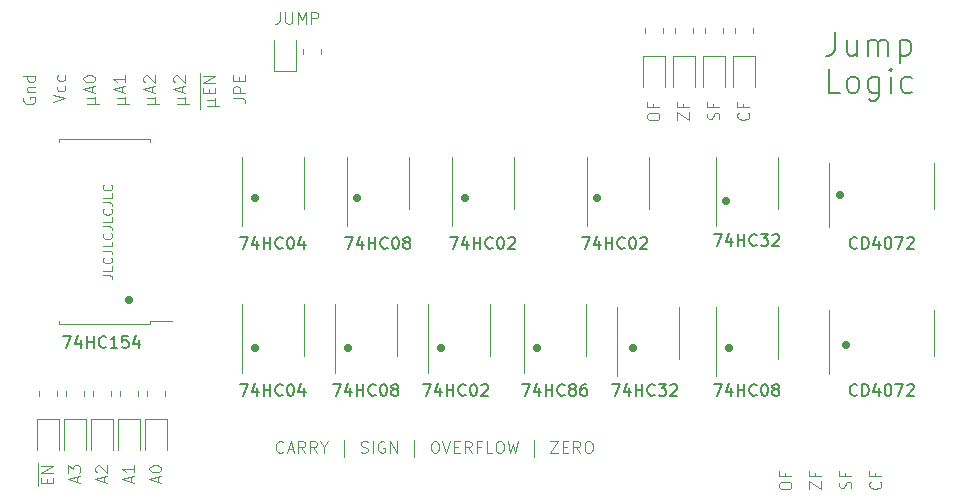
<source format=gbr>
%TF.GenerationSoftware,KiCad,Pcbnew,(5.1.10-1-10_14)*%
%TF.CreationDate,2021-12-06T09:36:28-05:00*%
%TF.ProjectId,control-unit,636f6e74-726f-46c2-9d75-6e69742e6b69,rev?*%
%TF.SameCoordinates,Original*%
%TF.FileFunction,Legend,Top*%
%TF.FilePolarity,Positive*%
%FSLAX46Y46*%
G04 Gerber Fmt 4.6, Leading zero omitted, Abs format (unit mm)*
G04 Created by KiCad (PCBNEW (5.1.10-1-10_14)) date 2021-12-06 09:36:28*
%MOMM*%
%LPD*%
G01*
G04 APERTURE LIST*
%ADD10C,0.700000*%
%ADD11C,0.100000*%
%ADD12C,0.150000*%
%ADD13C,0.120000*%
G04 APERTURE END LIST*
D10*
X129794000Y-95250000D02*
G75*
G03*
X129794000Y-95250000I0J0D01*
G01*
X138430000Y-95250000D02*
G75*
G03*
X138430000Y-95250000I0J0D01*
G01*
X147574000Y-95250000D02*
G75*
G03*
X147574000Y-95250000I0J0D01*
G01*
X158750000Y-95250000D02*
G75*
G03*
X158750000Y-95250000I0J0D01*
G01*
X169672000Y-95504000D02*
G75*
G03*
X169672000Y-95504000I0J0D01*
G01*
X179324000Y-94996000D02*
G75*
G03*
X179324000Y-94996000I0J0D01*
G01*
X179832000Y-107696000D02*
G75*
G03*
X179832000Y-107696000I0J0D01*
G01*
X169926000Y-107950000D02*
G75*
G03*
X169926000Y-107950000I0J0D01*
G01*
X161798000Y-107950000D02*
G75*
G03*
X161798000Y-107950000I0J0D01*
G01*
X153670000Y-107950000D02*
G75*
G03*
X153670000Y-107950000I0J0D01*
G01*
X145542000Y-107950000D02*
G75*
G03*
X145542000Y-107950000I0J0D01*
G01*
X137668000Y-107950000D02*
G75*
G03*
X137668000Y-107950000I0J0D01*
G01*
X129794000Y-107950000D02*
G75*
G03*
X129794000Y-107950000I0J0D01*
G01*
X119126000Y-103886000D02*
G75*
G03*
X119126000Y-103886000I0J0D01*
G01*
D11*
X174204380Y-119651190D02*
X174204380Y-119460714D01*
X174252000Y-119365476D01*
X174347238Y-119270238D01*
X174537714Y-119222619D01*
X174871047Y-119222619D01*
X175061523Y-119270238D01*
X175156761Y-119365476D01*
X175204380Y-119460714D01*
X175204380Y-119651190D01*
X175156761Y-119746428D01*
X175061523Y-119841666D01*
X174871047Y-119889285D01*
X174537714Y-119889285D01*
X174347238Y-119841666D01*
X174252000Y-119746428D01*
X174204380Y-119651190D01*
X174680571Y-118460714D02*
X174680571Y-118794047D01*
X175204380Y-118794047D02*
X174204380Y-118794047D01*
X174204380Y-118317857D01*
X176744380Y-119841666D02*
X176744380Y-119175000D01*
X177744380Y-119841666D01*
X177744380Y-119175000D01*
X177220571Y-118460714D02*
X177220571Y-118794047D01*
X177744380Y-118794047D02*
X176744380Y-118794047D01*
X176744380Y-118317857D01*
X180236761Y-119794047D02*
X180284380Y-119651190D01*
X180284380Y-119413095D01*
X180236761Y-119317857D01*
X180189142Y-119270238D01*
X180093904Y-119222619D01*
X179998666Y-119222619D01*
X179903428Y-119270238D01*
X179855809Y-119317857D01*
X179808190Y-119413095D01*
X179760571Y-119603571D01*
X179712952Y-119698809D01*
X179665333Y-119746428D01*
X179570095Y-119794047D01*
X179474857Y-119794047D01*
X179379619Y-119746428D01*
X179332000Y-119698809D01*
X179284380Y-119603571D01*
X179284380Y-119365476D01*
X179332000Y-119222619D01*
X179760571Y-118460714D02*
X179760571Y-118794047D01*
X180284380Y-118794047D02*
X179284380Y-118794047D01*
X179284380Y-118317857D01*
X182729142Y-119222619D02*
X182776761Y-119270238D01*
X182824380Y-119413095D01*
X182824380Y-119508333D01*
X182776761Y-119651190D01*
X182681523Y-119746428D01*
X182586285Y-119794047D01*
X182395809Y-119841666D01*
X182252952Y-119841666D01*
X182062476Y-119794047D01*
X181967238Y-119746428D01*
X181872000Y-119651190D01*
X181824380Y-119508333D01*
X181824380Y-119413095D01*
X181872000Y-119270238D01*
X181919619Y-119222619D01*
X182300571Y-118460714D02*
X182300571Y-118794047D01*
X182824380Y-118794047D02*
X181824380Y-118794047D01*
X181824380Y-118317857D01*
X127976380Y-86789857D02*
X128690666Y-86789857D01*
X128833523Y-86837476D01*
X128928761Y-86932714D01*
X128976380Y-87075571D01*
X128976380Y-87170809D01*
X128976380Y-86313666D02*
X127976380Y-86313666D01*
X127976380Y-85932714D01*
X128024000Y-85837476D01*
X128071619Y-85789857D01*
X128166857Y-85742238D01*
X128309714Y-85742238D01*
X128404952Y-85789857D01*
X128452571Y-85837476D01*
X128500190Y-85932714D01*
X128500190Y-86313666D01*
X128452571Y-85313666D02*
X128452571Y-84980333D01*
X128976380Y-84837476D02*
X128976380Y-85313666D01*
X127976380Y-85313666D01*
X127976380Y-84837476D01*
X125134000Y-87647000D02*
X125134000Y-86599380D01*
X125769714Y-87408904D02*
X126769714Y-87408904D01*
X126293523Y-86932714D02*
X126388761Y-86885095D01*
X126436380Y-86789857D01*
X126293523Y-87408904D02*
X126388761Y-87361285D01*
X126436380Y-87266047D01*
X126436380Y-87075571D01*
X126388761Y-86980333D01*
X126293523Y-86932714D01*
X125769714Y-86932714D01*
X125134000Y-86599380D02*
X125134000Y-85694619D01*
X125912571Y-86361285D02*
X125912571Y-86027952D01*
X126436380Y-85885095D02*
X126436380Y-86361285D01*
X125436380Y-86361285D01*
X125436380Y-85885095D01*
X125134000Y-85694619D02*
X125134000Y-84647000D01*
X126436380Y-85456523D02*
X125436380Y-85456523D01*
X126436380Y-84885095D01*
X125436380Y-84885095D01*
X123229714Y-87266047D02*
X124229714Y-87266047D01*
X123753523Y-86789857D02*
X123848761Y-86742238D01*
X123896380Y-86647000D01*
X123753523Y-87266047D02*
X123848761Y-87218428D01*
X123896380Y-87123190D01*
X123896380Y-86932714D01*
X123848761Y-86837476D01*
X123753523Y-86789857D01*
X123229714Y-86789857D01*
X123610666Y-86266047D02*
X123610666Y-85789857D01*
X123896380Y-86361285D02*
X122896380Y-86027952D01*
X123896380Y-85694619D01*
X122991619Y-85408904D02*
X122944000Y-85361285D01*
X122896380Y-85266047D01*
X122896380Y-85027952D01*
X122944000Y-84932714D01*
X122991619Y-84885095D01*
X123086857Y-84837476D01*
X123182095Y-84837476D01*
X123324952Y-84885095D01*
X123896380Y-85456523D01*
X123896380Y-84837476D01*
X120689714Y-87266047D02*
X121689714Y-87266047D01*
X121213523Y-86789857D02*
X121308761Y-86742238D01*
X121356380Y-86647000D01*
X121213523Y-87266047D02*
X121308761Y-87218428D01*
X121356380Y-87123190D01*
X121356380Y-86932714D01*
X121308761Y-86837476D01*
X121213523Y-86789857D01*
X120689714Y-86789857D01*
X121070666Y-86266047D02*
X121070666Y-85789857D01*
X121356380Y-86361285D02*
X120356380Y-86027952D01*
X121356380Y-85694619D01*
X120451619Y-85408904D02*
X120404000Y-85361285D01*
X120356380Y-85266047D01*
X120356380Y-85027952D01*
X120404000Y-84932714D01*
X120451619Y-84885095D01*
X120546857Y-84837476D01*
X120642095Y-84837476D01*
X120784952Y-84885095D01*
X121356380Y-85456523D01*
X121356380Y-84837476D01*
X118149714Y-87266047D02*
X119149714Y-87266047D01*
X118673523Y-86789857D02*
X118768761Y-86742238D01*
X118816380Y-86647000D01*
X118673523Y-87266047D02*
X118768761Y-87218428D01*
X118816380Y-87123190D01*
X118816380Y-86932714D01*
X118768761Y-86837476D01*
X118673523Y-86789857D01*
X118149714Y-86789857D01*
X118530666Y-86266047D02*
X118530666Y-85789857D01*
X118816380Y-86361285D02*
X117816380Y-86027952D01*
X118816380Y-85694619D01*
X118816380Y-84837476D02*
X118816380Y-85408904D01*
X118816380Y-85123190D02*
X117816380Y-85123190D01*
X117959238Y-85218428D01*
X118054476Y-85313666D01*
X118102095Y-85408904D01*
X115609714Y-87266047D02*
X116609714Y-87266047D01*
X116133523Y-86789857D02*
X116228761Y-86742238D01*
X116276380Y-86647000D01*
X116133523Y-87266047D02*
X116228761Y-87218428D01*
X116276380Y-87123190D01*
X116276380Y-86932714D01*
X116228761Y-86837476D01*
X116133523Y-86789857D01*
X115609714Y-86789857D01*
X115990666Y-86266047D02*
X115990666Y-85789857D01*
X116276380Y-86361285D02*
X115276380Y-86027952D01*
X116276380Y-85694619D01*
X115276380Y-85170809D02*
X115276380Y-85075571D01*
X115324000Y-84980333D01*
X115371619Y-84932714D01*
X115466857Y-84885095D01*
X115657333Y-84837476D01*
X115895428Y-84837476D01*
X116085904Y-84885095D01*
X116181142Y-84932714D01*
X116228761Y-84980333D01*
X116276380Y-85075571D01*
X116276380Y-85170809D01*
X116228761Y-85266047D01*
X116181142Y-85313666D01*
X116085904Y-85361285D01*
X115895428Y-85408904D01*
X115657333Y-85408904D01*
X115466857Y-85361285D01*
X115371619Y-85313666D01*
X115324000Y-85266047D01*
X115276380Y-85170809D01*
X112736380Y-87123190D02*
X113736380Y-86789857D01*
X112736380Y-86456523D01*
X113688761Y-85694619D02*
X113736380Y-85789857D01*
X113736380Y-85980333D01*
X113688761Y-86075571D01*
X113641142Y-86123190D01*
X113545904Y-86170809D01*
X113260190Y-86170809D01*
X113164952Y-86123190D01*
X113117333Y-86075571D01*
X113069714Y-85980333D01*
X113069714Y-85789857D01*
X113117333Y-85694619D01*
X113688761Y-84837476D02*
X113736380Y-84932714D01*
X113736380Y-85123190D01*
X113688761Y-85218428D01*
X113641142Y-85266047D01*
X113545904Y-85313666D01*
X113260190Y-85313666D01*
X113164952Y-85266047D01*
X113117333Y-85218428D01*
X113069714Y-85123190D01*
X113069714Y-84932714D01*
X113117333Y-84837476D01*
X110244000Y-86694619D02*
X110196380Y-86789857D01*
X110196380Y-86932714D01*
X110244000Y-87075571D01*
X110339238Y-87170809D01*
X110434476Y-87218428D01*
X110624952Y-87266047D01*
X110767809Y-87266047D01*
X110958285Y-87218428D01*
X111053523Y-87170809D01*
X111148761Y-87075571D01*
X111196380Y-86932714D01*
X111196380Y-86837476D01*
X111148761Y-86694619D01*
X111101142Y-86647000D01*
X110767809Y-86647000D01*
X110767809Y-86837476D01*
X110529714Y-86218428D02*
X111196380Y-86218428D01*
X110624952Y-86218428D02*
X110577333Y-86170809D01*
X110529714Y-86075571D01*
X110529714Y-85932714D01*
X110577333Y-85837476D01*
X110672571Y-85789857D01*
X111196380Y-85789857D01*
X111196380Y-84885095D02*
X110196380Y-84885095D01*
X111148761Y-84885095D02*
X111196380Y-84980333D01*
X111196380Y-85170809D01*
X111148761Y-85266047D01*
X111101142Y-85313666D01*
X111005904Y-85361285D01*
X110720190Y-85361285D01*
X110624952Y-85313666D01*
X110577333Y-85266047D01*
X110529714Y-85170809D01*
X110529714Y-84980333D01*
X110577333Y-84885095D01*
X111418000Y-119619380D02*
X111418000Y-118714619D01*
X112196571Y-119381285D02*
X112196571Y-119047952D01*
X112720380Y-118905095D02*
X112720380Y-119381285D01*
X111720380Y-119381285D01*
X111720380Y-118905095D01*
X111418000Y-118714619D02*
X111418000Y-117667000D01*
X112720380Y-118476523D02*
X111720380Y-118476523D01*
X112720380Y-117905095D01*
X111720380Y-117905095D01*
X114720666Y-119286047D02*
X114720666Y-118809857D01*
X115006380Y-119381285D02*
X114006380Y-119047952D01*
X115006380Y-118714619D01*
X114006380Y-118476523D02*
X114006380Y-117857476D01*
X114387333Y-118190809D01*
X114387333Y-118047952D01*
X114434952Y-117952714D01*
X114482571Y-117905095D01*
X114577809Y-117857476D01*
X114815904Y-117857476D01*
X114911142Y-117905095D01*
X114958761Y-117952714D01*
X115006380Y-118047952D01*
X115006380Y-118333666D01*
X114958761Y-118428904D01*
X114911142Y-118476523D01*
X117006666Y-119286047D02*
X117006666Y-118809857D01*
X117292380Y-119381285D02*
X116292380Y-119047952D01*
X117292380Y-118714619D01*
X116387619Y-118428904D02*
X116340000Y-118381285D01*
X116292380Y-118286047D01*
X116292380Y-118047952D01*
X116340000Y-117952714D01*
X116387619Y-117905095D01*
X116482857Y-117857476D01*
X116578095Y-117857476D01*
X116720952Y-117905095D01*
X117292380Y-118476523D01*
X117292380Y-117857476D01*
X119292666Y-119286047D02*
X119292666Y-118809857D01*
X119578380Y-119381285D02*
X118578380Y-119047952D01*
X119578380Y-118714619D01*
X119578380Y-117857476D02*
X119578380Y-118428904D01*
X119578380Y-118143190D02*
X118578380Y-118143190D01*
X118721238Y-118238428D01*
X118816476Y-118333666D01*
X118864095Y-118428904D01*
X121578666Y-119286047D02*
X121578666Y-118809857D01*
X121864380Y-119381285D02*
X120864380Y-119047952D01*
X121864380Y-118714619D01*
X120864380Y-118190809D02*
X120864380Y-118095571D01*
X120912000Y-118000333D01*
X120959619Y-117952714D01*
X121054857Y-117905095D01*
X121245333Y-117857476D01*
X121483428Y-117857476D01*
X121673904Y-117905095D01*
X121769142Y-117952714D01*
X121816761Y-118000333D01*
X121864380Y-118095571D01*
X121864380Y-118190809D01*
X121816761Y-118286047D01*
X121769142Y-118333666D01*
X121673904Y-118381285D01*
X121483428Y-118428904D01*
X121245333Y-118428904D01*
X121054857Y-118381285D01*
X120959619Y-118333666D01*
X120912000Y-118286047D01*
X120864380Y-118190809D01*
X163028380Y-88409190D02*
X163028380Y-88218714D01*
X163076000Y-88123476D01*
X163171238Y-88028238D01*
X163361714Y-87980619D01*
X163695047Y-87980619D01*
X163885523Y-88028238D01*
X163980761Y-88123476D01*
X164028380Y-88218714D01*
X164028380Y-88409190D01*
X163980761Y-88504428D01*
X163885523Y-88599666D01*
X163695047Y-88647285D01*
X163361714Y-88647285D01*
X163171238Y-88599666D01*
X163076000Y-88504428D01*
X163028380Y-88409190D01*
X163504571Y-87218714D02*
X163504571Y-87552047D01*
X164028380Y-87552047D02*
X163028380Y-87552047D01*
X163028380Y-87075857D01*
X165568380Y-88599666D02*
X165568380Y-87933000D01*
X166568380Y-88599666D01*
X166568380Y-87933000D01*
X166044571Y-87218714D02*
X166044571Y-87552047D01*
X166568380Y-87552047D02*
X165568380Y-87552047D01*
X165568380Y-87075857D01*
X169060761Y-88552047D02*
X169108380Y-88409190D01*
X169108380Y-88171095D01*
X169060761Y-88075857D01*
X169013142Y-88028238D01*
X168917904Y-87980619D01*
X168822666Y-87980619D01*
X168727428Y-88028238D01*
X168679809Y-88075857D01*
X168632190Y-88171095D01*
X168584571Y-88361571D01*
X168536952Y-88456809D01*
X168489333Y-88504428D01*
X168394095Y-88552047D01*
X168298857Y-88552047D01*
X168203619Y-88504428D01*
X168156000Y-88456809D01*
X168108380Y-88361571D01*
X168108380Y-88123476D01*
X168156000Y-87980619D01*
X168584571Y-87218714D02*
X168584571Y-87552047D01*
X169108380Y-87552047D02*
X168108380Y-87552047D01*
X168108380Y-87075857D01*
X171553142Y-87980619D02*
X171600761Y-88028238D01*
X171648380Y-88171095D01*
X171648380Y-88266333D01*
X171600761Y-88409190D01*
X171505523Y-88504428D01*
X171410285Y-88552047D01*
X171219809Y-88599666D01*
X171076952Y-88599666D01*
X170886476Y-88552047D01*
X170791238Y-88504428D01*
X170696000Y-88409190D01*
X170648380Y-88266333D01*
X170648380Y-88171095D01*
X170696000Y-88028238D01*
X170743619Y-87980619D01*
X171124571Y-87218714D02*
X171124571Y-87552047D01*
X171648380Y-87552047D02*
X170648380Y-87552047D01*
X170648380Y-87075857D01*
X131906809Y-79462380D02*
X131906809Y-80176666D01*
X131859190Y-80319523D01*
X131763952Y-80414761D01*
X131621095Y-80462380D01*
X131525857Y-80462380D01*
X132383000Y-79462380D02*
X132383000Y-80271904D01*
X132430619Y-80367142D01*
X132478238Y-80414761D01*
X132573476Y-80462380D01*
X132763952Y-80462380D01*
X132859190Y-80414761D01*
X132906809Y-80367142D01*
X132954428Y-80271904D01*
X132954428Y-79462380D01*
X133430619Y-80462380D02*
X133430619Y-79462380D01*
X133763952Y-80176666D01*
X134097285Y-79462380D01*
X134097285Y-80462380D01*
X134573476Y-80462380D02*
X134573476Y-79462380D01*
X134954428Y-79462380D01*
X135049666Y-79510000D01*
X135097285Y-79557619D01*
X135144904Y-79652857D01*
X135144904Y-79795714D01*
X135097285Y-79890952D01*
X135049666Y-79938571D01*
X134954428Y-79986190D01*
X134573476Y-79986190D01*
X132192523Y-116689142D02*
X132144904Y-116736761D01*
X132002047Y-116784380D01*
X131906809Y-116784380D01*
X131763952Y-116736761D01*
X131668714Y-116641523D01*
X131621095Y-116546285D01*
X131573476Y-116355809D01*
X131573476Y-116212952D01*
X131621095Y-116022476D01*
X131668714Y-115927238D01*
X131763952Y-115832000D01*
X131906809Y-115784380D01*
X132002047Y-115784380D01*
X132144904Y-115832000D01*
X132192523Y-115879619D01*
X132573476Y-116498666D02*
X133049666Y-116498666D01*
X132478238Y-116784380D02*
X132811571Y-115784380D01*
X133144904Y-116784380D01*
X134049666Y-116784380D02*
X133716333Y-116308190D01*
X133478238Y-116784380D02*
X133478238Y-115784380D01*
X133859190Y-115784380D01*
X133954428Y-115832000D01*
X134002047Y-115879619D01*
X134049666Y-115974857D01*
X134049666Y-116117714D01*
X134002047Y-116212952D01*
X133954428Y-116260571D01*
X133859190Y-116308190D01*
X133478238Y-116308190D01*
X135049666Y-116784380D02*
X134716333Y-116308190D01*
X134478238Y-116784380D02*
X134478238Y-115784380D01*
X134859190Y-115784380D01*
X134954428Y-115832000D01*
X135002047Y-115879619D01*
X135049666Y-115974857D01*
X135049666Y-116117714D01*
X135002047Y-116212952D01*
X134954428Y-116260571D01*
X134859190Y-116308190D01*
X134478238Y-116308190D01*
X135668714Y-116308190D02*
X135668714Y-116784380D01*
X135335380Y-115784380D02*
X135668714Y-116308190D01*
X136002047Y-115784380D01*
X137335380Y-117117714D02*
X137335380Y-115689142D01*
X138763952Y-116736761D02*
X138906809Y-116784380D01*
X139144904Y-116784380D01*
X139240142Y-116736761D01*
X139287761Y-116689142D01*
X139335380Y-116593904D01*
X139335380Y-116498666D01*
X139287761Y-116403428D01*
X139240142Y-116355809D01*
X139144904Y-116308190D01*
X138954428Y-116260571D01*
X138859190Y-116212952D01*
X138811571Y-116165333D01*
X138763952Y-116070095D01*
X138763952Y-115974857D01*
X138811571Y-115879619D01*
X138859190Y-115832000D01*
X138954428Y-115784380D01*
X139192523Y-115784380D01*
X139335380Y-115832000D01*
X139763952Y-116784380D02*
X139763952Y-115784380D01*
X140763952Y-115832000D02*
X140668714Y-115784380D01*
X140525857Y-115784380D01*
X140383000Y-115832000D01*
X140287761Y-115927238D01*
X140240142Y-116022476D01*
X140192523Y-116212952D01*
X140192523Y-116355809D01*
X140240142Y-116546285D01*
X140287761Y-116641523D01*
X140383000Y-116736761D01*
X140525857Y-116784380D01*
X140621095Y-116784380D01*
X140763952Y-116736761D01*
X140811571Y-116689142D01*
X140811571Y-116355809D01*
X140621095Y-116355809D01*
X141240142Y-116784380D02*
X141240142Y-115784380D01*
X141811571Y-116784380D01*
X141811571Y-115784380D01*
X143287761Y-117117714D02*
X143287761Y-115689142D01*
X144954428Y-115784380D02*
X145144904Y-115784380D01*
X145240142Y-115832000D01*
X145335380Y-115927238D01*
X145383000Y-116117714D01*
X145383000Y-116451047D01*
X145335380Y-116641523D01*
X145240142Y-116736761D01*
X145144904Y-116784380D01*
X144954428Y-116784380D01*
X144859190Y-116736761D01*
X144763952Y-116641523D01*
X144716333Y-116451047D01*
X144716333Y-116117714D01*
X144763952Y-115927238D01*
X144859190Y-115832000D01*
X144954428Y-115784380D01*
X145668714Y-115784380D02*
X146002047Y-116784380D01*
X146335380Y-115784380D01*
X146668714Y-116260571D02*
X147002047Y-116260571D01*
X147144904Y-116784380D02*
X146668714Y-116784380D01*
X146668714Y-115784380D01*
X147144904Y-115784380D01*
X148144904Y-116784380D02*
X147811571Y-116308190D01*
X147573476Y-116784380D02*
X147573476Y-115784380D01*
X147954428Y-115784380D01*
X148049666Y-115832000D01*
X148097285Y-115879619D01*
X148144904Y-115974857D01*
X148144904Y-116117714D01*
X148097285Y-116212952D01*
X148049666Y-116260571D01*
X147954428Y-116308190D01*
X147573476Y-116308190D01*
X148906809Y-116260571D02*
X148573476Y-116260571D01*
X148573476Y-116784380D02*
X148573476Y-115784380D01*
X149049666Y-115784380D01*
X149906809Y-116784380D02*
X149430619Y-116784380D01*
X149430619Y-115784380D01*
X150430619Y-115784380D02*
X150621095Y-115784380D01*
X150716333Y-115832000D01*
X150811571Y-115927238D01*
X150859190Y-116117714D01*
X150859190Y-116451047D01*
X150811571Y-116641523D01*
X150716333Y-116736761D01*
X150621095Y-116784380D01*
X150430619Y-116784380D01*
X150335380Y-116736761D01*
X150240142Y-116641523D01*
X150192523Y-116451047D01*
X150192523Y-116117714D01*
X150240142Y-115927238D01*
X150335380Y-115832000D01*
X150430619Y-115784380D01*
X151192523Y-115784380D02*
X151430619Y-116784380D01*
X151621095Y-116070095D01*
X151811571Y-116784380D01*
X152049666Y-115784380D01*
X153430619Y-117117714D02*
X153430619Y-115689142D01*
X154811571Y-115784380D02*
X155478238Y-115784380D01*
X154811571Y-116784380D01*
X155478238Y-116784380D01*
X155859190Y-116260571D02*
X156192523Y-116260571D01*
X156335380Y-116784380D02*
X155859190Y-116784380D01*
X155859190Y-115784380D01*
X156335380Y-115784380D01*
X157335380Y-116784380D02*
X157002047Y-116308190D01*
X156763952Y-116784380D02*
X156763952Y-115784380D01*
X157144904Y-115784380D01*
X157240142Y-115832000D01*
X157287761Y-115879619D01*
X157335380Y-115974857D01*
X157335380Y-116117714D01*
X157287761Y-116212952D01*
X157240142Y-116260571D01*
X157144904Y-116308190D01*
X156763952Y-116308190D01*
X157954428Y-115784380D02*
X158144904Y-115784380D01*
X158240142Y-115832000D01*
X158335380Y-115927238D01*
X158383000Y-116117714D01*
X158383000Y-116451047D01*
X158335380Y-116641523D01*
X158240142Y-116736761D01*
X158144904Y-116784380D01*
X157954428Y-116784380D01*
X157859190Y-116736761D01*
X157763952Y-116641523D01*
X157716333Y-116451047D01*
X157716333Y-116117714D01*
X157763952Y-115927238D01*
X157859190Y-115832000D01*
X157954428Y-115784380D01*
X116909904Y-101739238D02*
X117481333Y-101739238D01*
X117595619Y-101777333D01*
X117671809Y-101853523D01*
X117709904Y-101967809D01*
X117709904Y-102044000D01*
X117709904Y-100977333D02*
X117709904Y-101358285D01*
X116909904Y-101358285D01*
X117633714Y-100253523D02*
X117671809Y-100291619D01*
X117709904Y-100405904D01*
X117709904Y-100482095D01*
X117671809Y-100596380D01*
X117595619Y-100672571D01*
X117519428Y-100710666D01*
X117367047Y-100748761D01*
X117252761Y-100748761D01*
X117100380Y-100710666D01*
X117024190Y-100672571D01*
X116948000Y-100596380D01*
X116909904Y-100482095D01*
X116909904Y-100405904D01*
X116948000Y-100291619D01*
X116986095Y-100253523D01*
X116909904Y-99682095D02*
X117481333Y-99682095D01*
X117595619Y-99720190D01*
X117671809Y-99796380D01*
X117709904Y-99910666D01*
X117709904Y-99986857D01*
X117709904Y-98920190D02*
X117709904Y-99301142D01*
X116909904Y-99301142D01*
X117633714Y-98196380D02*
X117671809Y-98234476D01*
X117709904Y-98348761D01*
X117709904Y-98424952D01*
X117671809Y-98539238D01*
X117595619Y-98615428D01*
X117519428Y-98653523D01*
X117367047Y-98691619D01*
X117252761Y-98691619D01*
X117100380Y-98653523D01*
X117024190Y-98615428D01*
X116948000Y-98539238D01*
X116909904Y-98424952D01*
X116909904Y-98348761D01*
X116948000Y-98234476D01*
X116986095Y-98196380D01*
X116909904Y-97624952D02*
X117481333Y-97624952D01*
X117595619Y-97663047D01*
X117671809Y-97739238D01*
X117709904Y-97853523D01*
X117709904Y-97929714D01*
X117709904Y-96863047D02*
X117709904Y-97244000D01*
X116909904Y-97244000D01*
X117633714Y-96139238D02*
X117671809Y-96177333D01*
X117709904Y-96291619D01*
X117709904Y-96367809D01*
X117671809Y-96482095D01*
X117595619Y-96558285D01*
X117519428Y-96596380D01*
X117367047Y-96634476D01*
X117252761Y-96634476D01*
X117100380Y-96596380D01*
X117024190Y-96558285D01*
X116948000Y-96482095D01*
X116909904Y-96367809D01*
X116909904Y-96291619D01*
X116948000Y-96177333D01*
X116986095Y-96139238D01*
X116909904Y-95567809D02*
X117481333Y-95567809D01*
X117595619Y-95605904D01*
X117671809Y-95682095D01*
X117709904Y-95796380D01*
X117709904Y-95872571D01*
X117709904Y-94805904D02*
X117709904Y-95186857D01*
X116909904Y-95186857D01*
X117633714Y-94082095D02*
X117671809Y-94120190D01*
X117709904Y-94234476D01*
X117709904Y-94310666D01*
X117671809Y-94424952D01*
X117595619Y-94501142D01*
X117519428Y-94539238D01*
X117367047Y-94577333D01*
X117252761Y-94577333D01*
X117100380Y-94539238D01*
X117024190Y-94501142D01*
X116948000Y-94424952D01*
X116909904Y-94310666D01*
X116909904Y-94234476D01*
X116948000Y-94120190D01*
X116986095Y-94082095D01*
D12*
X178945119Y-81149761D02*
X178945119Y-82578333D01*
X178849880Y-82864047D01*
X178659404Y-83054523D01*
X178373690Y-83149761D01*
X178183214Y-83149761D01*
X180754642Y-81816428D02*
X180754642Y-83149761D01*
X179897500Y-81816428D02*
X179897500Y-82864047D01*
X179992738Y-83054523D01*
X180183214Y-83149761D01*
X180468928Y-83149761D01*
X180659404Y-83054523D01*
X180754642Y-82959285D01*
X181707023Y-83149761D02*
X181707023Y-81816428D01*
X181707023Y-82006904D02*
X181802261Y-81911666D01*
X181992738Y-81816428D01*
X182278452Y-81816428D01*
X182468928Y-81911666D01*
X182564166Y-82102142D01*
X182564166Y-83149761D01*
X182564166Y-82102142D02*
X182659404Y-81911666D01*
X182849880Y-81816428D01*
X183135595Y-81816428D01*
X183326071Y-81911666D01*
X183421309Y-82102142D01*
X183421309Y-83149761D01*
X184373690Y-81816428D02*
X184373690Y-83816428D01*
X184373690Y-81911666D02*
X184564166Y-81816428D01*
X184945119Y-81816428D01*
X185135595Y-81911666D01*
X185230833Y-82006904D01*
X185326071Y-82197380D01*
X185326071Y-82768809D01*
X185230833Y-82959285D01*
X185135595Y-83054523D01*
X184945119Y-83149761D01*
X184564166Y-83149761D01*
X184373690Y-83054523D01*
X179326071Y-86299761D02*
X178373690Y-86299761D01*
X178373690Y-84299761D01*
X180278452Y-86299761D02*
X180087976Y-86204523D01*
X179992738Y-86109285D01*
X179897500Y-85918809D01*
X179897500Y-85347380D01*
X179992738Y-85156904D01*
X180087976Y-85061666D01*
X180278452Y-84966428D01*
X180564166Y-84966428D01*
X180754642Y-85061666D01*
X180849880Y-85156904D01*
X180945119Y-85347380D01*
X180945119Y-85918809D01*
X180849880Y-86109285D01*
X180754642Y-86204523D01*
X180564166Y-86299761D01*
X180278452Y-86299761D01*
X182659404Y-84966428D02*
X182659404Y-86585476D01*
X182564166Y-86775952D01*
X182468928Y-86871190D01*
X182278452Y-86966428D01*
X181992738Y-86966428D01*
X181802261Y-86871190D01*
X182659404Y-86204523D02*
X182468928Y-86299761D01*
X182087976Y-86299761D01*
X181897500Y-86204523D01*
X181802261Y-86109285D01*
X181707023Y-85918809D01*
X181707023Y-85347380D01*
X181802261Y-85156904D01*
X181897500Y-85061666D01*
X182087976Y-84966428D01*
X182468928Y-84966428D01*
X182659404Y-85061666D01*
X183611785Y-86299761D02*
X183611785Y-84966428D01*
X183611785Y-84299761D02*
X183516547Y-84395000D01*
X183611785Y-84490238D01*
X183707023Y-84395000D01*
X183611785Y-84299761D01*
X183611785Y-84490238D01*
X185421309Y-86204523D02*
X185230833Y-86299761D01*
X184849880Y-86299761D01*
X184659404Y-86204523D01*
X184564166Y-86109285D01*
X184468928Y-85918809D01*
X184468928Y-85347380D01*
X184564166Y-85156904D01*
X184659404Y-85061666D01*
X184849880Y-84966428D01*
X185230833Y-84966428D01*
X185421309Y-85061666D01*
D13*
%TO.C,R10*%
X111533000Y-111987064D02*
X111533000Y-111532936D01*
X113003000Y-111987064D02*
X113003000Y-111532936D01*
%TO.C,R9*%
X113819000Y-111987064D02*
X113819000Y-111532936D01*
X115289000Y-111987064D02*
X115289000Y-111532936D01*
%TO.C,R8*%
X116105000Y-111987064D02*
X116105000Y-111532936D01*
X117575000Y-111987064D02*
X117575000Y-111532936D01*
%TO.C,R7*%
X118391000Y-111987064D02*
X118391000Y-111532936D01*
X119861000Y-111987064D02*
X119861000Y-111532936D01*
%TO.C,R6*%
X120677000Y-111987064D02*
X120677000Y-111532936D01*
X122147000Y-111987064D02*
X122147000Y-111532936D01*
%TO.C,D10*%
X113228000Y-116570000D02*
X113228000Y-113885000D01*
X113228000Y-113885000D02*
X111308000Y-113885000D01*
X111308000Y-113885000D02*
X111308000Y-116570000D01*
%TO.C,D9*%
X115514000Y-116570000D02*
X115514000Y-113885000D01*
X115514000Y-113885000D02*
X113594000Y-113885000D01*
X113594000Y-113885000D02*
X113594000Y-116570000D01*
%TO.C,D8*%
X117800000Y-116570000D02*
X117800000Y-113885000D01*
X117800000Y-113885000D02*
X115880000Y-113885000D01*
X115880000Y-113885000D02*
X115880000Y-116570000D01*
%TO.C,D7*%
X120086000Y-116570000D02*
X120086000Y-113885000D01*
X120086000Y-113885000D02*
X118166000Y-113885000D01*
X118166000Y-113885000D02*
X118166000Y-116570000D01*
%TO.C,D6*%
X122372000Y-116570000D02*
X122372000Y-113885000D01*
X122372000Y-113885000D02*
X120452000Y-113885000D01*
X120452000Y-113885000D02*
X120452000Y-116570000D01*
%TO.C,R5*%
X162841000Y-81253064D02*
X162841000Y-80798936D01*
X164311000Y-81253064D02*
X164311000Y-80798936D01*
%TO.C,R4*%
X165381000Y-81253064D02*
X165381000Y-80798936D01*
X166851000Y-81253064D02*
X166851000Y-80798936D01*
%TO.C,R3*%
X167921000Y-81253064D02*
X167921000Y-80798936D01*
X169391000Y-81253064D02*
X169391000Y-80798936D01*
%TO.C,R2*%
X170461000Y-81253064D02*
X170461000Y-80798936D01*
X171931000Y-81253064D02*
X171931000Y-80798936D01*
%TO.C,R1*%
X133885000Y-83031064D02*
X133885000Y-82576936D01*
X135355000Y-83031064D02*
X135355000Y-82576936D01*
%TO.C,D5*%
X164536000Y-85836000D02*
X164536000Y-83151000D01*
X164536000Y-83151000D02*
X162616000Y-83151000D01*
X162616000Y-83151000D02*
X162616000Y-85836000D01*
%TO.C,D4*%
X167076000Y-85836000D02*
X167076000Y-83151000D01*
X167076000Y-83151000D02*
X165156000Y-83151000D01*
X165156000Y-83151000D02*
X165156000Y-85836000D01*
%TO.C,D3*%
X169616000Y-85836000D02*
X169616000Y-83151000D01*
X169616000Y-83151000D02*
X167696000Y-83151000D01*
X167696000Y-83151000D02*
X167696000Y-85836000D01*
%TO.C,D2*%
X172156000Y-85836000D02*
X172156000Y-83151000D01*
X172156000Y-83151000D02*
X170236000Y-83151000D01*
X170236000Y-83151000D02*
X170236000Y-85836000D01*
%TO.C,D1*%
X131374000Y-81804000D02*
X131374000Y-84489000D01*
X131374000Y-84489000D02*
X133294000Y-84489000D01*
X133294000Y-84489000D02*
X133294000Y-81804000D01*
%TO.C,U11*%
X187315000Y-106680000D02*
X187315000Y-104730000D01*
X187315000Y-106680000D02*
X187315000Y-108630000D01*
X178445000Y-106680000D02*
X178445000Y-104730000D01*
X178445000Y-106680000D02*
X178445000Y-110130000D01*
%TO.C,U10*%
X187315000Y-94234000D02*
X187315000Y-92284000D01*
X187315000Y-94234000D02*
X187315000Y-96184000D01*
X178445000Y-94234000D02*
X178445000Y-92284000D01*
X178445000Y-94234000D02*
X178445000Y-97684000D01*
%TO.C,U6*%
X141802000Y-106426000D02*
X141802000Y-104226000D01*
X141802000Y-106426000D02*
X141802000Y-108626000D01*
X136582000Y-106426000D02*
X136582000Y-104226000D01*
X136582000Y-106426000D02*
X136582000Y-110026000D01*
%TO.C,U14*%
X174060000Y-106680000D02*
X174060000Y-104480000D01*
X174060000Y-106680000D02*
X174060000Y-108880000D01*
X168840000Y-106680000D02*
X168840000Y-104480000D01*
X168840000Y-106680000D02*
X168840000Y-110280000D01*
%TO.C,U12*%
X174060000Y-93980000D02*
X174060000Y-91780000D01*
X174060000Y-93980000D02*
X174060000Y-96180000D01*
X168840000Y-93980000D02*
X168840000Y-91780000D01*
X168840000Y-93980000D02*
X168840000Y-97580000D01*
%TO.C,U9*%
X149676000Y-106426000D02*
X149676000Y-104226000D01*
X149676000Y-106426000D02*
X149676000Y-108626000D01*
X144456000Y-106426000D02*
X144456000Y-104226000D01*
X144456000Y-106426000D02*
X144456000Y-110026000D01*
%TO.C,U8*%
X157804000Y-106426000D02*
X157804000Y-104226000D01*
X157804000Y-106426000D02*
X157804000Y-108626000D01*
X152584000Y-106426000D02*
X152584000Y-104226000D01*
X152584000Y-106426000D02*
X152584000Y-110026000D01*
%TO.C,U7*%
X165678000Y-106680000D02*
X165678000Y-104480000D01*
X165678000Y-106680000D02*
X165678000Y-108880000D01*
X160458000Y-106680000D02*
X160458000Y-104480000D01*
X160458000Y-106680000D02*
X160458000Y-110280000D01*
%TO.C,U5*%
X163138000Y-93980000D02*
X163138000Y-91780000D01*
X163138000Y-93980000D02*
X163138000Y-96180000D01*
X157918000Y-93980000D02*
X157918000Y-91780000D01*
X157918000Y-93980000D02*
X157918000Y-97580000D01*
%TO.C,U4*%
X133928000Y-106426000D02*
X133928000Y-104226000D01*
X133928000Y-106426000D02*
X133928000Y-108626000D01*
X128708000Y-106426000D02*
X128708000Y-104226000D01*
X128708000Y-106426000D02*
X128708000Y-110026000D01*
%TO.C,U13*%
X117094000Y-90234000D02*
X113234000Y-90234000D01*
X113234000Y-90234000D02*
X113234000Y-90499000D01*
X117094000Y-90234000D02*
X120954000Y-90234000D01*
X120954000Y-90234000D02*
X120954000Y-90499000D01*
X117094000Y-105854000D02*
X113234000Y-105854000D01*
X113234000Y-105854000D02*
X113234000Y-105589000D01*
X117094000Y-105854000D02*
X120954000Y-105854000D01*
X120954000Y-105854000D02*
X120954000Y-105589000D01*
X120954000Y-105589000D02*
X122769000Y-105589000D01*
%TO.C,U3*%
X142818000Y-93980000D02*
X142818000Y-91780000D01*
X142818000Y-93980000D02*
X142818000Y-96180000D01*
X137598000Y-93980000D02*
X137598000Y-91780000D01*
X137598000Y-93980000D02*
X137598000Y-97580000D01*
%TO.C,U2*%
X151708000Y-93980000D02*
X151708000Y-91780000D01*
X151708000Y-93980000D02*
X151708000Y-96180000D01*
X146488000Y-93980000D02*
X146488000Y-91780000D01*
X146488000Y-93980000D02*
X146488000Y-97580000D01*
%TO.C,U1*%
X133928000Y-93980000D02*
X133928000Y-91780000D01*
X133928000Y-93980000D02*
X133928000Y-96180000D01*
X128708000Y-93980000D02*
X128708000Y-91780000D01*
X128708000Y-93980000D02*
X128708000Y-97580000D01*
%TO.C,U11*%
D12*
X180784761Y-111863142D02*
X180737142Y-111910761D01*
X180594285Y-111958380D01*
X180499047Y-111958380D01*
X180356190Y-111910761D01*
X180260952Y-111815523D01*
X180213333Y-111720285D01*
X180165714Y-111529809D01*
X180165714Y-111386952D01*
X180213333Y-111196476D01*
X180260952Y-111101238D01*
X180356190Y-111006000D01*
X180499047Y-110958380D01*
X180594285Y-110958380D01*
X180737142Y-111006000D01*
X180784761Y-111053619D01*
X181213333Y-111958380D02*
X181213333Y-110958380D01*
X181451428Y-110958380D01*
X181594285Y-111006000D01*
X181689523Y-111101238D01*
X181737142Y-111196476D01*
X181784761Y-111386952D01*
X181784761Y-111529809D01*
X181737142Y-111720285D01*
X181689523Y-111815523D01*
X181594285Y-111910761D01*
X181451428Y-111958380D01*
X181213333Y-111958380D01*
X182641904Y-111291714D02*
X182641904Y-111958380D01*
X182403809Y-110910761D02*
X182165714Y-111625047D01*
X182784761Y-111625047D01*
X183356190Y-110958380D02*
X183451428Y-110958380D01*
X183546666Y-111006000D01*
X183594285Y-111053619D01*
X183641904Y-111148857D01*
X183689523Y-111339333D01*
X183689523Y-111577428D01*
X183641904Y-111767904D01*
X183594285Y-111863142D01*
X183546666Y-111910761D01*
X183451428Y-111958380D01*
X183356190Y-111958380D01*
X183260952Y-111910761D01*
X183213333Y-111863142D01*
X183165714Y-111767904D01*
X183118095Y-111577428D01*
X183118095Y-111339333D01*
X183165714Y-111148857D01*
X183213333Y-111053619D01*
X183260952Y-111006000D01*
X183356190Y-110958380D01*
X184022857Y-110958380D02*
X184689523Y-110958380D01*
X184260952Y-111958380D01*
X185022857Y-111053619D02*
X185070476Y-111006000D01*
X185165714Y-110958380D01*
X185403809Y-110958380D01*
X185499047Y-111006000D01*
X185546666Y-111053619D01*
X185594285Y-111148857D01*
X185594285Y-111244095D01*
X185546666Y-111386952D01*
X184975238Y-111958380D01*
X185594285Y-111958380D01*
%TO.C,U10*%
X180784761Y-99417142D02*
X180737142Y-99464761D01*
X180594285Y-99512380D01*
X180499047Y-99512380D01*
X180356190Y-99464761D01*
X180260952Y-99369523D01*
X180213333Y-99274285D01*
X180165714Y-99083809D01*
X180165714Y-98940952D01*
X180213333Y-98750476D01*
X180260952Y-98655238D01*
X180356190Y-98560000D01*
X180499047Y-98512380D01*
X180594285Y-98512380D01*
X180737142Y-98560000D01*
X180784761Y-98607619D01*
X181213333Y-99512380D02*
X181213333Y-98512380D01*
X181451428Y-98512380D01*
X181594285Y-98560000D01*
X181689523Y-98655238D01*
X181737142Y-98750476D01*
X181784761Y-98940952D01*
X181784761Y-99083809D01*
X181737142Y-99274285D01*
X181689523Y-99369523D01*
X181594285Y-99464761D01*
X181451428Y-99512380D01*
X181213333Y-99512380D01*
X182641904Y-98845714D02*
X182641904Y-99512380D01*
X182403809Y-98464761D02*
X182165714Y-99179047D01*
X182784761Y-99179047D01*
X183356190Y-98512380D02*
X183451428Y-98512380D01*
X183546666Y-98560000D01*
X183594285Y-98607619D01*
X183641904Y-98702857D01*
X183689523Y-98893333D01*
X183689523Y-99131428D01*
X183641904Y-99321904D01*
X183594285Y-99417142D01*
X183546666Y-99464761D01*
X183451428Y-99512380D01*
X183356190Y-99512380D01*
X183260952Y-99464761D01*
X183213333Y-99417142D01*
X183165714Y-99321904D01*
X183118095Y-99131428D01*
X183118095Y-98893333D01*
X183165714Y-98702857D01*
X183213333Y-98607619D01*
X183260952Y-98560000D01*
X183356190Y-98512380D01*
X184022857Y-98512380D02*
X184689523Y-98512380D01*
X184260952Y-99512380D01*
X185022857Y-98607619D02*
X185070476Y-98560000D01*
X185165714Y-98512380D01*
X185403809Y-98512380D01*
X185499047Y-98560000D01*
X185546666Y-98607619D01*
X185594285Y-98702857D01*
X185594285Y-98798095D01*
X185546666Y-98940952D01*
X184975238Y-99512380D01*
X185594285Y-99512380D01*
%TO.C,U6*%
X136406285Y-110958380D02*
X137072952Y-110958380D01*
X136644380Y-111958380D01*
X137882476Y-111291714D02*
X137882476Y-111958380D01*
X137644380Y-110910761D02*
X137406285Y-111625047D01*
X138025333Y-111625047D01*
X138406285Y-111958380D02*
X138406285Y-110958380D01*
X138406285Y-111434571D02*
X138977714Y-111434571D01*
X138977714Y-111958380D02*
X138977714Y-110958380D01*
X140025333Y-111863142D02*
X139977714Y-111910761D01*
X139834857Y-111958380D01*
X139739619Y-111958380D01*
X139596761Y-111910761D01*
X139501523Y-111815523D01*
X139453904Y-111720285D01*
X139406285Y-111529809D01*
X139406285Y-111386952D01*
X139453904Y-111196476D01*
X139501523Y-111101238D01*
X139596761Y-111006000D01*
X139739619Y-110958380D01*
X139834857Y-110958380D01*
X139977714Y-111006000D01*
X140025333Y-111053619D01*
X140644380Y-110958380D02*
X140739619Y-110958380D01*
X140834857Y-111006000D01*
X140882476Y-111053619D01*
X140930095Y-111148857D01*
X140977714Y-111339333D01*
X140977714Y-111577428D01*
X140930095Y-111767904D01*
X140882476Y-111863142D01*
X140834857Y-111910761D01*
X140739619Y-111958380D01*
X140644380Y-111958380D01*
X140549142Y-111910761D01*
X140501523Y-111863142D01*
X140453904Y-111767904D01*
X140406285Y-111577428D01*
X140406285Y-111339333D01*
X140453904Y-111148857D01*
X140501523Y-111053619D01*
X140549142Y-111006000D01*
X140644380Y-110958380D01*
X141549142Y-111386952D02*
X141453904Y-111339333D01*
X141406285Y-111291714D01*
X141358666Y-111196476D01*
X141358666Y-111148857D01*
X141406285Y-111053619D01*
X141453904Y-111006000D01*
X141549142Y-110958380D01*
X141739619Y-110958380D01*
X141834857Y-111006000D01*
X141882476Y-111053619D01*
X141930095Y-111148857D01*
X141930095Y-111196476D01*
X141882476Y-111291714D01*
X141834857Y-111339333D01*
X141739619Y-111386952D01*
X141549142Y-111386952D01*
X141453904Y-111434571D01*
X141406285Y-111482190D01*
X141358666Y-111577428D01*
X141358666Y-111767904D01*
X141406285Y-111863142D01*
X141453904Y-111910761D01*
X141549142Y-111958380D01*
X141739619Y-111958380D01*
X141834857Y-111910761D01*
X141882476Y-111863142D01*
X141930095Y-111767904D01*
X141930095Y-111577428D01*
X141882476Y-111482190D01*
X141834857Y-111434571D01*
X141739619Y-111386952D01*
%TO.C,U14*%
X168664285Y-110958380D02*
X169330952Y-110958380D01*
X168902380Y-111958380D01*
X170140476Y-111291714D02*
X170140476Y-111958380D01*
X169902380Y-110910761D02*
X169664285Y-111625047D01*
X170283333Y-111625047D01*
X170664285Y-111958380D02*
X170664285Y-110958380D01*
X170664285Y-111434571D02*
X171235714Y-111434571D01*
X171235714Y-111958380D02*
X171235714Y-110958380D01*
X172283333Y-111863142D02*
X172235714Y-111910761D01*
X172092857Y-111958380D01*
X171997619Y-111958380D01*
X171854761Y-111910761D01*
X171759523Y-111815523D01*
X171711904Y-111720285D01*
X171664285Y-111529809D01*
X171664285Y-111386952D01*
X171711904Y-111196476D01*
X171759523Y-111101238D01*
X171854761Y-111006000D01*
X171997619Y-110958380D01*
X172092857Y-110958380D01*
X172235714Y-111006000D01*
X172283333Y-111053619D01*
X172902380Y-110958380D02*
X172997619Y-110958380D01*
X173092857Y-111006000D01*
X173140476Y-111053619D01*
X173188095Y-111148857D01*
X173235714Y-111339333D01*
X173235714Y-111577428D01*
X173188095Y-111767904D01*
X173140476Y-111863142D01*
X173092857Y-111910761D01*
X172997619Y-111958380D01*
X172902380Y-111958380D01*
X172807142Y-111910761D01*
X172759523Y-111863142D01*
X172711904Y-111767904D01*
X172664285Y-111577428D01*
X172664285Y-111339333D01*
X172711904Y-111148857D01*
X172759523Y-111053619D01*
X172807142Y-111006000D01*
X172902380Y-110958380D01*
X173807142Y-111386952D02*
X173711904Y-111339333D01*
X173664285Y-111291714D01*
X173616666Y-111196476D01*
X173616666Y-111148857D01*
X173664285Y-111053619D01*
X173711904Y-111006000D01*
X173807142Y-110958380D01*
X173997619Y-110958380D01*
X174092857Y-111006000D01*
X174140476Y-111053619D01*
X174188095Y-111148857D01*
X174188095Y-111196476D01*
X174140476Y-111291714D01*
X174092857Y-111339333D01*
X173997619Y-111386952D01*
X173807142Y-111386952D01*
X173711904Y-111434571D01*
X173664285Y-111482190D01*
X173616666Y-111577428D01*
X173616666Y-111767904D01*
X173664285Y-111863142D01*
X173711904Y-111910761D01*
X173807142Y-111958380D01*
X173997619Y-111958380D01*
X174092857Y-111910761D01*
X174140476Y-111863142D01*
X174188095Y-111767904D01*
X174188095Y-111577428D01*
X174140476Y-111482190D01*
X174092857Y-111434571D01*
X173997619Y-111386952D01*
%TO.C,U12*%
X168664285Y-98258380D02*
X169330952Y-98258380D01*
X168902380Y-99258380D01*
X170140476Y-98591714D02*
X170140476Y-99258380D01*
X169902380Y-98210761D02*
X169664285Y-98925047D01*
X170283333Y-98925047D01*
X170664285Y-99258380D02*
X170664285Y-98258380D01*
X170664285Y-98734571D02*
X171235714Y-98734571D01*
X171235714Y-99258380D02*
X171235714Y-98258380D01*
X172283333Y-99163142D02*
X172235714Y-99210761D01*
X172092857Y-99258380D01*
X171997619Y-99258380D01*
X171854761Y-99210761D01*
X171759523Y-99115523D01*
X171711904Y-99020285D01*
X171664285Y-98829809D01*
X171664285Y-98686952D01*
X171711904Y-98496476D01*
X171759523Y-98401238D01*
X171854761Y-98306000D01*
X171997619Y-98258380D01*
X172092857Y-98258380D01*
X172235714Y-98306000D01*
X172283333Y-98353619D01*
X172616666Y-98258380D02*
X173235714Y-98258380D01*
X172902380Y-98639333D01*
X173045238Y-98639333D01*
X173140476Y-98686952D01*
X173188095Y-98734571D01*
X173235714Y-98829809D01*
X173235714Y-99067904D01*
X173188095Y-99163142D01*
X173140476Y-99210761D01*
X173045238Y-99258380D01*
X172759523Y-99258380D01*
X172664285Y-99210761D01*
X172616666Y-99163142D01*
X173616666Y-98353619D02*
X173664285Y-98306000D01*
X173759523Y-98258380D01*
X173997619Y-98258380D01*
X174092857Y-98306000D01*
X174140476Y-98353619D01*
X174188095Y-98448857D01*
X174188095Y-98544095D01*
X174140476Y-98686952D01*
X173569047Y-99258380D01*
X174188095Y-99258380D01*
%TO.C,U9*%
X144026285Y-110958380D02*
X144692952Y-110958380D01*
X144264380Y-111958380D01*
X145502476Y-111291714D02*
X145502476Y-111958380D01*
X145264380Y-110910761D02*
X145026285Y-111625047D01*
X145645333Y-111625047D01*
X146026285Y-111958380D02*
X146026285Y-110958380D01*
X146026285Y-111434571D02*
X146597714Y-111434571D01*
X146597714Y-111958380D02*
X146597714Y-110958380D01*
X147645333Y-111863142D02*
X147597714Y-111910761D01*
X147454857Y-111958380D01*
X147359619Y-111958380D01*
X147216761Y-111910761D01*
X147121523Y-111815523D01*
X147073904Y-111720285D01*
X147026285Y-111529809D01*
X147026285Y-111386952D01*
X147073904Y-111196476D01*
X147121523Y-111101238D01*
X147216761Y-111006000D01*
X147359619Y-110958380D01*
X147454857Y-110958380D01*
X147597714Y-111006000D01*
X147645333Y-111053619D01*
X148264380Y-110958380D02*
X148359619Y-110958380D01*
X148454857Y-111006000D01*
X148502476Y-111053619D01*
X148550095Y-111148857D01*
X148597714Y-111339333D01*
X148597714Y-111577428D01*
X148550095Y-111767904D01*
X148502476Y-111863142D01*
X148454857Y-111910761D01*
X148359619Y-111958380D01*
X148264380Y-111958380D01*
X148169142Y-111910761D01*
X148121523Y-111863142D01*
X148073904Y-111767904D01*
X148026285Y-111577428D01*
X148026285Y-111339333D01*
X148073904Y-111148857D01*
X148121523Y-111053619D01*
X148169142Y-111006000D01*
X148264380Y-110958380D01*
X148978666Y-111053619D02*
X149026285Y-111006000D01*
X149121523Y-110958380D01*
X149359619Y-110958380D01*
X149454857Y-111006000D01*
X149502476Y-111053619D01*
X149550095Y-111148857D01*
X149550095Y-111244095D01*
X149502476Y-111386952D01*
X148931047Y-111958380D01*
X149550095Y-111958380D01*
%TO.C,U8*%
X152408285Y-110958380D02*
X153074952Y-110958380D01*
X152646380Y-111958380D01*
X153884476Y-111291714D02*
X153884476Y-111958380D01*
X153646380Y-110910761D02*
X153408285Y-111625047D01*
X154027333Y-111625047D01*
X154408285Y-111958380D02*
X154408285Y-110958380D01*
X154408285Y-111434571D02*
X154979714Y-111434571D01*
X154979714Y-111958380D02*
X154979714Y-110958380D01*
X156027333Y-111863142D02*
X155979714Y-111910761D01*
X155836857Y-111958380D01*
X155741619Y-111958380D01*
X155598761Y-111910761D01*
X155503523Y-111815523D01*
X155455904Y-111720285D01*
X155408285Y-111529809D01*
X155408285Y-111386952D01*
X155455904Y-111196476D01*
X155503523Y-111101238D01*
X155598761Y-111006000D01*
X155741619Y-110958380D01*
X155836857Y-110958380D01*
X155979714Y-111006000D01*
X156027333Y-111053619D01*
X156598761Y-111386952D02*
X156503523Y-111339333D01*
X156455904Y-111291714D01*
X156408285Y-111196476D01*
X156408285Y-111148857D01*
X156455904Y-111053619D01*
X156503523Y-111006000D01*
X156598761Y-110958380D01*
X156789238Y-110958380D01*
X156884476Y-111006000D01*
X156932095Y-111053619D01*
X156979714Y-111148857D01*
X156979714Y-111196476D01*
X156932095Y-111291714D01*
X156884476Y-111339333D01*
X156789238Y-111386952D01*
X156598761Y-111386952D01*
X156503523Y-111434571D01*
X156455904Y-111482190D01*
X156408285Y-111577428D01*
X156408285Y-111767904D01*
X156455904Y-111863142D01*
X156503523Y-111910761D01*
X156598761Y-111958380D01*
X156789238Y-111958380D01*
X156884476Y-111910761D01*
X156932095Y-111863142D01*
X156979714Y-111767904D01*
X156979714Y-111577428D01*
X156932095Y-111482190D01*
X156884476Y-111434571D01*
X156789238Y-111386952D01*
X157836857Y-110958380D02*
X157646380Y-110958380D01*
X157551142Y-111006000D01*
X157503523Y-111053619D01*
X157408285Y-111196476D01*
X157360666Y-111386952D01*
X157360666Y-111767904D01*
X157408285Y-111863142D01*
X157455904Y-111910761D01*
X157551142Y-111958380D01*
X157741619Y-111958380D01*
X157836857Y-111910761D01*
X157884476Y-111863142D01*
X157932095Y-111767904D01*
X157932095Y-111529809D01*
X157884476Y-111434571D01*
X157836857Y-111386952D01*
X157741619Y-111339333D01*
X157551142Y-111339333D01*
X157455904Y-111386952D01*
X157408285Y-111434571D01*
X157360666Y-111529809D01*
%TO.C,U7*%
X160028285Y-110958380D02*
X160694952Y-110958380D01*
X160266380Y-111958380D01*
X161504476Y-111291714D02*
X161504476Y-111958380D01*
X161266380Y-110910761D02*
X161028285Y-111625047D01*
X161647333Y-111625047D01*
X162028285Y-111958380D02*
X162028285Y-110958380D01*
X162028285Y-111434571D02*
X162599714Y-111434571D01*
X162599714Y-111958380D02*
X162599714Y-110958380D01*
X163647333Y-111863142D02*
X163599714Y-111910761D01*
X163456857Y-111958380D01*
X163361619Y-111958380D01*
X163218761Y-111910761D01*
X163123523Y-111815523D01*
X163075904Y-111720285D01*
X163028285Y-111529809D01*
X163028285Y-111386952D01*
X163075904Y-111196476D01*
X163123523Y-111101238D01*
X163218761Y-111006000D01*
X163361619Y-110958380D01*
X163456857Y-110958380D01*
X163599714Y-111006000D01*
X163647333Y-111053619D01*
X163980666Y-110958380D02*
X164599714Y-110958380D01*
X164266380Y-111339333D01*
X164409238Y-111339333D01*
X164504476Y-111386952D01*
X164552095Y-111434571D01*
X164599714Y-111529809D01*
X164599714Y-111767904D01*
X164552095Y-111863142D01*
X164504476Y-111910761D01*
X164409238Y-111958380D01*
X164123523Y-111958380D01*
X164028285Y-111910761D01*
X163980666Y-111863142D01*
X164980666Y-111053619D02*
X165028285Y-111006000D01*
X165123523Y-110958380D01*
X165361619Y-110958380D01*
X165456857Y-111006000D01*
X165504476Y-111053619D01*
X165552095Y-111148857D01*
X165552095Y-111244095D01*
X165504476Y-111386952D01*
X164933047Y-111958380D01*
X165552095Y-111958380D01*
%TO.C,U5*%
X157488285Y-98512380D02*
X158154952Y-98512380D01*
X157726380Y-99512380D01*
X158964476Y-98845714D02*
X158964476Y-99512380D01*
X158726380Y-98464761D02*
X158488285Y-99179047D01*
X159107333Y-99179047D01*
X159488285Y-99512380D02*
X159488285Y-98512380D01*
X159488285Y-98988571D02*
X160059714Y-98988571D01*
X160059714Y-99512380D02*
X160059714Y-98512380D01*
X161107333Y-99417142D02*
X161059714Y-99464761D01*
X160916857Y-99512380D01*
X160821619Y-99512380D01*
X160678761Y-99464761D01*
X160583523Y-99369523D01*
X160535904Y-99274285D01*
X160488285Y-99083809D01*
X160488285Y-98940952D01*
X160535904Y-98750476D01*
X160583523Y-98655238D01*
X160678761Y-98560000D01*
X160821619Y-98512380D01*
X160916857Y-98512380D01*
X161059714Y-98560000D01*
X161107333Y-98607619D01*
X161726380Y-98512380D02*
X161821619Y-98512380D01*
X161916857Y-98560000D01*
X161964476Y-98607619D01*
X162012095Y-98702857D01*
X162059714Y-98893333D01*
X162059714Y-99131428D01*
X162012095Y-99321904D01*
X161964476Y-99417142D01*
X161916857Y-99464761D01*
X161821619Y-99512380D01*
X161726380Y-99512380D01*
X161631142Y-99464761D01*
X161583523Y-99417142D01*
X161535904Y-99321904D01*
X161488285Y-99131428D01*
X161488285Y-98893333D01*
X161535904Y-98702857D01*
X161583523Y-98607619D01*
X161631142Y-98560000D01*
X161726380Y-98512380D01*
X162440666Y-98607619D02*
X162488285Y-98560000D01*
X162583523Y-98512380D01*
X162821619Y-98512380D01*
X162916857Y-98560000D01*
X162964476Y-98607619D01*
X163012095Y-98702857D01*
X163012095Y-98798095D01*
X162964476Y-98940952D01*
X162393047Y-99512380D01*
X163012095Y-99512380D01*
%TO.C,U4*%
X128532285Y-110958380D02*
X129198952Y-110958380D01*
X128770380Y-111958380D01*
X130008476Y-111291714D02*
X130008476Y-111958380D01*
X129770380Y-110910761D02*
X129532285Y-111625047D01*
X130151333Y-111625047D01*
X130532285Y-111958380D02*
X130532285Y-110958380D01*
X130532285Y-111434571D02*
X131103714Y-111434571D01*
X131103714Y-111958380D02*
X131103714Y-110958380D01*
X132151333Y-111863142D02*
X132103714Y-111910761D01*
X131960857Y-111958380D01*
X131865619Y-111958380D01*
X131722761Y-111910761D01*
X131627523Y-111815523D01*
X131579904Y-111720285D01*
X131532285Y-111529809D01*
X131532285Y-111386952D01*
X131579904Y-111196476D01*
X131627523Y-111101238D01*
X131722761Y-111006000D01*
X131865619Y-110958380D01*
X131960857Y-110958380D01*
X132103714Y-111006000D01*
X132151333Y-111053619D01*
X132770380Y-110958380D02*
X132865619Y-110958380D01*
X132960857Y-111006000D01*
X133008476Y-111053619D01*
X133056095Y-111148857D01*
X133103714Y-111339333D01*
X133103714Y-111577428D01*
X133056095Y-111767904D01*
X133008476Y-111863142D01*
X132960857Y-111910761D01*
X132865619Y-111958380D01*
X132770380Y-111958380D01*
X132675142Y-111910761D01*
X132627523Y-111863142D01*
X132579904Y-111767904D01*
X132532285Y-111577428D01*
X132532285Y-111339333D01*
X132579904Y-111148857D01*
X132627523Y-111053619D01*
X132675142Y-111006000D01*
X132770380Y-110958380D01*
X133960857Y-111291714D02*
X133960857Y-111958380D01*
X133722761Y-110910761D02*
X133484666Y-111625047D01*
X134103714Y-111625047D01*
%TO.C,U13*%
X113578095Y-106894380D02*
X114244761Y-106894380D01*
X113816190Y-107894380D01*
X115054285Y-107227714D02*
X115054285Y-107894380D01*
X114816190Y-106846761D02*
X114578095Y-107561047D01*
X115197142Y-107561047D01*
X115578095Y-107894380D02*
X115578095Y-106894380D01*
X115578095Y-107370571D02*
X116149523Y-107370571D01*
X116149523Y-107894380D02*
X116149523Y-106894380D01*
X117197142Y-107799142D02*
X117149523Y-107846761D01*
X117006666Y-107894380D01*
X116911428Y-107894380D01*
X116768571Y-107846761D01*
X116673333Y-107751523D01*
X116625714Y-107656285D01*
X116578095Y-107465809D01*
X116578095Y-107322952D01*
X116625714Y-107132476D01*
X116673333Y-107037238D01*
X116768571Y-106942000D01*
X116911428Y-106894380D01*
X117006666Y-106894380D01*
X117149523Y-106942000D01*
X117197142Y-106989619D01*
X118149523Y-107894380D02*
X117578095Y-107894380D01*
X117863809Y-107894380D02*
X117863809Y-106894380D01*
X117768571Y-107037238D01*
X117673333Y-107132476D01*
X117578095Y-107180095D01*
X119054285Y-106894380D02*
X118578095Y-106894380D01*
X118530476Y-107370571D01*
X118578095Y-107322952D01*
X118673333Y-107275333D01*
X118911428Y-107275333D01*
X119006666Y-107322952D01*
X119054285Y-107370571D01*
X119101904Y-107465809D01*
X119101904Y-107703904D01*
X119054285Y-107799142D01*
X119006666Y-107846761D01*
X118911428Y-107894380D01*
X118673333Y-107894380D01*
X118578095Y-107846761D01*
X118530476Y-107799142D01*
X119959047Y-107227714D02*
X119959047Y-107894380D01*
X119720952Y-106846761D02*
X119482857Y-107561047D01*
X120101904Y-107561047D01*
%TO.C,U3*%
X137422285Y-98512380D02*
X138088952Y-98512380D01*
X137660380Y-99512380D01*
X138898476Y-98845714D02*
X138898476Y-99512380D01*
X138660380Y-98464761D02*
X138422285Y-99179047D01*
X139041333Y-99179047D01*
X139422285Y-99512380D02*
X139422285Y-98512380D01*
X139422285Y-98988571D02*
X139993714Y-98988571D01*
X139993714Y-99512380D02*
X139993714Y-98512380D01*
X141041333Y-99417142D02*
X140993714Y-99464761D01*
X140850857Y-99512380D01*
X140755619Y-99512380D01*
X140612761Y-99464761D01*
X140517523Y-99369523D01*
X140469904Y-99274285D01*
X140422285Y-99083809D01*
X140422285Y-98940952D01*
X140469904Y-98750476D01*
X140517523Y-98655238D01*
X140612761Y-98560000D01*
X140755619Y-98512380D01*
X140850857Y-98512380D01*
X140993714Y-98560000D01*
X141041333Y-98607619D01*
X141660380Y-98512380D02*
X141755619Y-98512380D01*
X141850857Y-98560000D01*
X141898476Y-98607619D01*
X141946095Y-98702857D01*
X141993714Y-98893333D01*
X141993714Y-99131428D01*
X141946095Y-99321904D01*
X141898476Y-99417142D01*
X141850857Y-99464761D01*
X141755619Y-99512380D01*
X141660380Y-99512380D01*
X141565142Y-99464761D01*
X141517523Y-99417142D01*
X141469904Y-99321904D01*
X141422285Y-99131428D01*
X141422285Y-98893333D01*
X141469904Y-98702857D01*
X141517523Y-98607619D01*
X141565142Y-98560000D01*
X141660380Y-98512380D01*
X142565142Y-98940952D02*
X142469904Y-98893333D01*
X142422285Y-98845714D01*
X142374666Y-98750476D01*
X142374666Y-98702857D01*
X142422285Y-98607619D01*
X142469904Y-98560000D01*
X142565142Y-98512380D01*
X142755619Y-98512380D01*
X142850857Y-98560000D01*
X142898476Y-98607619D01*
X142946095Y-98702857D01*
X142946095Y-98750476D01*
X142898476Y-98845714D01*
X142850857Y-98893333D01*
X142755619Y-98940952D01*
X142565142Y-98940952D01*
X142469904Y-98988571D01*
X142422285Y-99036190D01*
X142374666Y-99131428D01*
X142374666Y-99321904D01*
X142422285Y-99417142D01*
X142469904Y-99464761D01*
X142565142Y-99512380D01*
X142755619Y-99512380D01*
X142850857Y-99464761D01*
X142898476Y-99417142D01*
X142946095Y-99321904D01*
X142946095Y-99131428D01*
X142898476Y-99036190D01*
X142850857Y-98988571D01*
X142755619Y-98940952D01*
%TO.C,U2*%
X146312285Y-98512380D02*
X146978952Y-98512380D01*
X146550380Y-99512380D01*
X147788476Y-98845714D02*
X147788476Y-99512380D01*
X147550380Y-98464761D02*
X147312285Y-99179047D01*
X147931333Y-99179047D01*
X148312285Y-99512380D02*
X148312285Y-98512380D01*
X148312285Y-98988571D02*
X148883714Y-98988571D01*
X148883714Y-99512380D02*
X148883714Y-98512380D01*
X149931333Y-99417142D02*
X149883714Y-99464761D01*
X149740857Y-99512380D01*
X149645619Y-99512380D01*
X149502761Y-99464761D01*
X149407523Y-99369523D01*
X149359904Y-99274285D01*
X149312285Y-99083809D01*
X149312285Y-98940952D01*
X149359904Y-98750476D01*
X149407523Y-98655238D01*
X149502761Y-98560000D01*
X149645619Y-98512380D01*
X149740857Y-98512380D01*
X149883714Y-98560000D01*
X149931333Y-98607619D01*
X150550380Y-98512380D02*
X150645619Y-98512380D01*
X150740857Y-98560000D01*
X150788476Y-98607619D01*
X150836095Y-98702857D01*
X150883714Y-98893333D01*
X150883714Y-99131428D01*
X150836095Y-99321904D01*
X150788476Y-99417142D01*
X150740857Y-99464761D01*
X150645619Y-99512380D01*
X150550380Y-99512380D01*
X150455142Y-99464761D01*
X150407523Y-99417142D01*
X150359904Y-99321904D01*
X150312285Y-99131428D01*
X150312285Y-98893333D01*
X150359904Y-98702857D01*
X150407523Y-98607619D01*
X150455142Y-98560000D01*
X150550380Y-98512380D01*
X151264666Y-98607619D02*
X151312285Y-98560000D01*
X151407523Y-98512380D01*
X151645619Y-98512380D01*
X151740857Y-98560000D01*
X151788476Y-98607619D01*
X151836095Y-98702857D01*
X151836095Y-98798095D01*
X151788476Y-98940952D01*
X151217047Y-99512380D01*
X151836095Y-99512380D01*
%TO.C,U1*%
X128532285Y-98512380D02*
X129198952Y-98512380D01*
X128770380Y-99512380D01*
X130008476Y-98845714D02*
X130008476Y-99512380D01*
X129770380Y-98464761D02*
X129532285Y-99179047D01*
X130151333Y-99179047D01*
X130532285Y-99512380D02*
X130532285Y-98512380D01*
X130532285Y-98988571D02*
X131103714Y-98988571D01*
X131103714Y-99512380D02*
X131103714Y-98512380D01*
X132151333Y-99417142D02*
X132103714Y-99464761D01*
X131960857Y-99512380D01*
X131865619Y-99512380D01*
X131722761Y-99464761D01*
X131627523Y-99369523D01*
X131579904Y-99274285D01*
X131532285Y-99083809D01*
X131532285Y-98940952D01*
X131579904Y-98750476D01*
X131627523Y-98655238D01*
X131722761Y-98560000D01*
X131865619Y-98512380D01*
X131960857Y-98512380D01*
X132103714Y-98560000D01*
X132151333Y-98607619D01*
X132770380Y-98512380D02*
X132865619Y-98512380D01*
X132960857Y-98560000D01*
X133008476Y-98607619D01*
X133056095Y-98702857D01*
X133103714Y-98893333D01*
X133103714Y-99131428D01*
X133056095Y-99321904D01*
X133008476Y-99417142D01*
X132960857Y-99464761D01*
X132865619Y-99512380D01*
X132770380Y-99512380D01*
X132675142Y-99464761D01*
X132627523Y-99417142D01*
X132579904Y-99321904D01*
X132532285Y-99131428D01*
X132532285Y-98893333D01*
X132579904Y-98702857D01*
X132627523Y-98607619D01*
X132675142Y-98560000D01*
X132770380Y-98512380D01*
X133960857Y-98845714D02*
X133960857Y-99512380D01*
X133722761Y-98464761D02*
X133484666Y-99179047D01*
X134103714Y-99179047D01*
%TD*%
M02*

</source>
